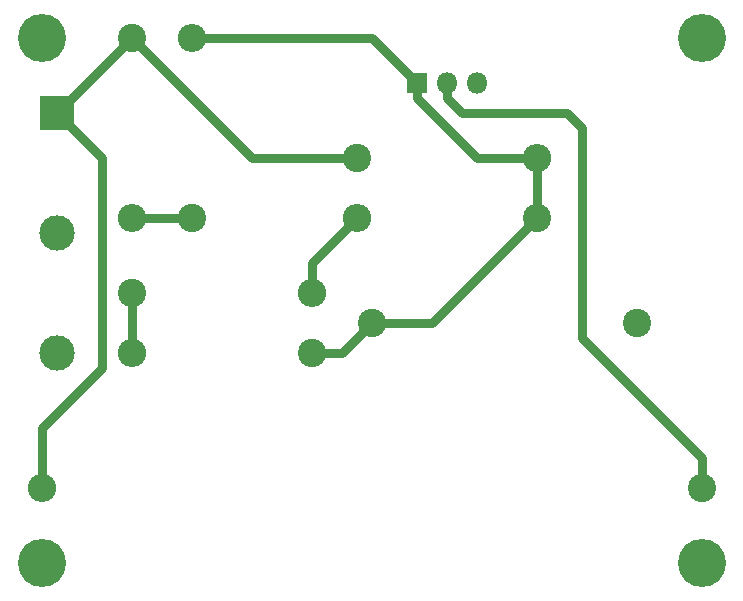
<source format=gbr>
G04 #@! TF.FileFunction,Copper,L1,Top,Signal*
%FSLAX46Y46*%
G04 Gerber Fmt 4.6, Leading zero omitted, Abs format (unit mm)*
G04 Created by KiCad (PCBNEW 4.0.7) date Wednesday, October 03, 2018 'AMt' 10:44:15 AM*
%MOMM*%
%LPD*%
G01*
G04 APERTURE LIST*
%ADD10C,0.100000*%
%ADD11C,4.064000*%
%ADD12C,2.400000*%
%ADD13R,3.000000X3.000000*%
%ADD14C,3.000000*%
%ADD15O,2.400000X2.400000*%
%ADD16R,1.800000X1.800000*%
%ADD17O,1.800000X1.800000*%
%ADD18C,0.750000*%
G04 APERTURE END LIST*
D10*
D11*
X124460000Y-100330000D03*
D12*
X152400000Y-80010000D03*
X174900000Y-80010000D03*
D13*
X125730000Y-62230000D03*
D14*
X125730000Y-72390000D03*
X125730000Y-82550000D03*
D12*
X151130000Y-66040000D03*
D15*
X166370000Y-66040000D03*
D12*
X166370000Y-71120000D03*
D15*
X151130000Y-71120000D03*
D12*
X132080000Y-55880000D03*
D15*
X132080000Y-71120000D03*
D12*
X137160000Y-71120000D03*
D15*
X137160000Y-55880000D03*
D12*
X147320000Y-82550000D03*
D15*
X132080000Y-82550000D03*
D12*
X132080000Y-77470000D03*
D15*
X147320000Y-77470000D03*
D16*
X156210000Y-59690000D03*
D17*
X158750000Y-59690000D03*
X161290000Y-59690000D03*
D11*
X124460000Y-55880000D03*
X180340000Y-55880000D03*
X180340000Y-100330000D03*
D12*
X180340000Y-93980000D03*
D15*
X124460000Y-93980000D03*
D18*
X152400000Y-80010000D02*
X157480000Y-80010000D01*
X157480000Y-80010000D02*
X166370000Y-71120000D01*
X147320000Y-82550000D02*
X149860000Y-82550000D01*
X149860000Y-82550000D02*
X152400000Y-80010000D01*
X166370000Y-66040000D02*
X161290000Y-66040000D01*
X156210000Y-60960000D02*
X156210000Y-59690000D01*
X161290000Y-66040000D02*
X156210000Y-60960000D01*
X166370000Y-66040000D02*
X166370000Y-71120000D01*
X137160000Y-55880000D02*
X152400000Y-55880000D01*
X152400000Y-55880000D02*
X156210000Y-59690000D01*
X147320000Y-77470000D02*
X147320000Y-74930000D01*
X147320000Y-74930000D02*
X151130000Y-71120000D01*
X151130000Y-66040000D02*
X142240000Y-66040000D01*
X142240000Y-66040000D02*
X132080000Y-55880000D01*
X124460000Y-93980000D02*
X124460000Y-88900000D01*
X129540000Y-66040000D02*
X125730000Y-62230000D01*
X129540000Y-83820000D02*
X129540000Y-66040000D01*
X124460000Y-88900000D02*
X129540000Y-83820000D01*
X125730000Y-62230000D02*
X132080000Y-55880000D01*
X132080000Y-71120000D02*
X137160000Y-71120000D01*
X132080000Y-77470000D02*
X132080000Y-82550000D01*
X180340000Y-93980000D02*
X180340000Y-91440000D01*
X158750000Y-60960000D02*
X158750000Y-59690000D01*
X160020000Y-62230000D02*
X158750000Y-60960000D01*
X168910000Y-62230000D02*
X160020000Y-62230000D01*
X170180000Y-63500000D02*
X168910000Y-62230000D01*
X170180000Y-81280000D02*
X170180000Y-63500000D01*
X180340000Y-91440000D02*
X170180000Y-81280000D01*
M02*

</source>
